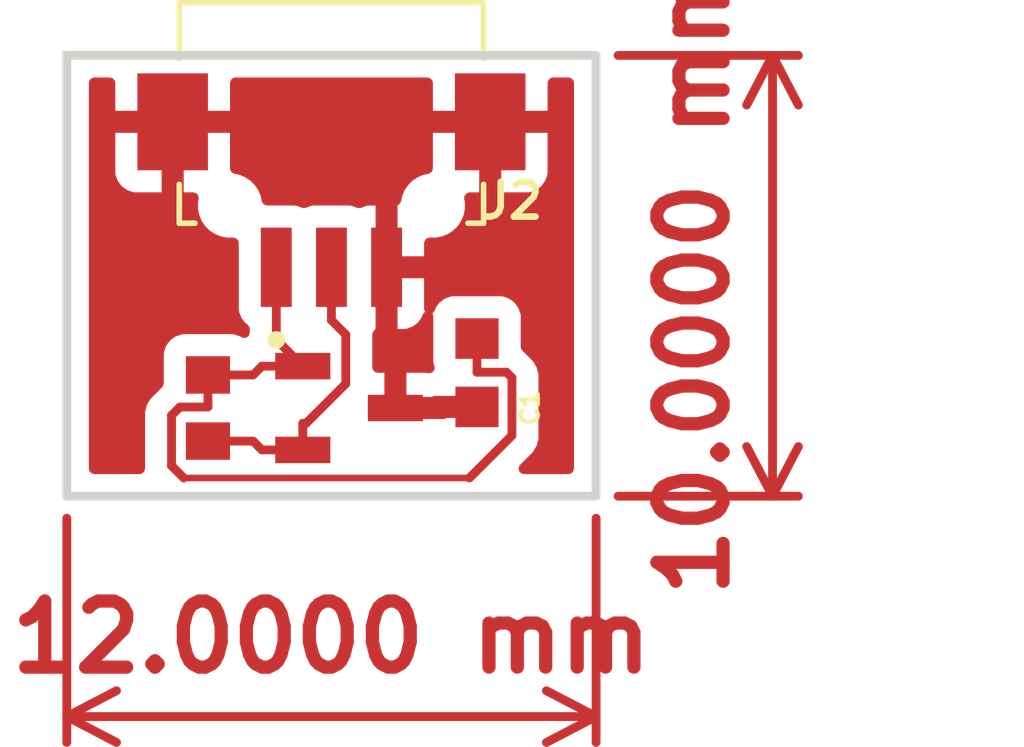
<source format=kicad_pcb>
(kicad_pcb (version 20240108) (generator "pcbnew") (generator_version "8.0")
  (layers (0 "F.Cu" signal) (31 "B.Cu" signal) (34 "B.Paste" user) (35 "F.Paste" user) (36 "B.SilkS" user "B.Silkscreen") (37 "F.SilkS" user "F.Silkscreen") (38 "B.Mask" user) (39 "F.Mask" user) (44 "Edge.Cuts" user))
  (net 0 "")
  (net 1 "GND")
  (net 2 "VCC")
  (net 3 "SIG")
  (footprint "KiCad:SOT95P237X112-3N" (layer "F.Cu") (at 6.4 8)
    (property "Reference" "IC1" (hide yes))
    (property "Value" "DRV5032DUDBZR" (hide yes))
    (pad "1" smd rect (at -1.05 -0.95 90) (size 0.6 1.25) (layers "F.Cu" "F.Paste" "F.Mask") (net 2 "VCC"))
    (pad "2" smd rect (at -1.05 0.95 90) (size 0.6 1.25) (layers "F.Cu" "F.Paste" "F.Mask") (net 3 "SIG"))
    (pad "3" smd rect (at 1.05 0 90) (size 0.6 1.25) (layers "F.Cu" "F.Paste" "F.Mask") (net 1 "GND"))
  )
  (footprint "0603ZG564ZAT2A:CAPC1608X90N" (layer "F.Cu") (at 9.3 7.2 -90)
    (property "Reference" "C1" (at 0.8 -1.2 90) (layer "F.SilkS") (effects (font (size 0.393701 0.393701) (thickness 0.098425))))
    (property "Value" "KGF15AR71E104JT" (hide yes))
    (pad "1" smd rect (at -0.775 0 270) (size 0.92 0.98) (layers "F.Cu" "F.Paste" "F.Mask") (net 2 "VCC"))
    (pad "2" smd rect (at 0.775 0 270) (size 0.92 0.98) (layers "F.Cu" "F.Paste" "F.Mask") (net 1 "GND"))
  )
  (footprint "DF13-3P-1.25H_75_:HRS_DF13-3P-1.25H_75_" (layer "F.Cu") (at 6 3.4067)
    (property "Reference" "J2" (at 4.1 -0.10675 0) (layer "F.SilkS") (effects (font (size 0.787402 0.787402))))
    (property "Value" "DF13-3P-1.25H_75_" (hide yes))
    (fp_line (start -3.45 -4.6) (end -3.45 -3.32) (stroke (width 0.127)) (layer "F.SilkS"))
    (fp_line (start -3.45 0.4) (end -3.45 -0.48) (stroke (width 0.127)) (layer "F.SilkS"))
    (fp_line (start -3.45 0.4) (end -3.095 0.4) (stroke (width 0.127)) (layer "F.SilkS"))
    (fp_line (start 3.095 0.4) (end 3.45 0.4) (stroke (width 0.127)) (layer "F.SilkS"))
    (fp_line (start 3.45 -4.6) (end -3.45 -4.6) (stroke (width 0.127)) (layer "F.SilkS"))
    (fp_line (start 3.45 -3.32) (end 3.45 -4.6) (stroke (width 0.127)) (layer "F.SilkS"))
    (fp_line (start 3.45 0.4) (end 3.45 -0.48) (stroke (width 0.127)) (layer "F.SilkS"))
    (fp_circle (center -1.25 3.05) (end -1.15 3.05) (stroke (width 0.2)) (fill none) (layer "F.SilkS"))
    (pad "" np_thru_hole circle (at -2.3 0) (size 0.95 0.95) (drill 0.95) (layers "*.Cu" "*.Mask"))
    (pad "" np_thru_hole circle (at 2.3 0) (size 0.95 0.95) (drill 0.95) (layers "*.Cu" "*.Mask"))
    (pad "1" smd rect (at -1.25 1.4) (size 0.7 1.8) (layers "F.Cu" "F.Paste" "F.Mask") (net 2 "VCC"))
    (pad "2" smd rect (at 0 1.4) (size 0.7 1.8) (layers "F.Cu" "F.Paste" "F.Mask") (net 3 "SIG"))
    (pad "3" smd rect (at 1.25 1.4) (size 0.7 1.8) (layers "F.Cu" "F.Paste" "F.Mask") (net 1 "GND"))
    (pad "S1" smd rect (at -3.6 -1.9) (size 1.6 2.2) (layers "F.Cu" "F.Paste" "F.Mask") (net 1 "GND"))
    (pad "S2" smd rect (at 3.6 -1.9) (size 1.6 2.2) (layers "F.Cu" "F.Paste" "F.Mask") (net 1 "GND"))
  )
  (footprint "CRCW06034M32DHEAP:RESC1608X50N" (layer "F.Cu") (at 3.2 8 -90)
    (property "Reference" "R1" (hide yes))
    (property "Value" "CRCW06034M32DHEAP" (hide yes))
    (pad "1" smd rect (at -0.75 0 270) (size 0.85 1) (layers "F.Cu" "F.Paste" "F.Mask") (net 2 "VCC"))
    (pad "2" smd rect (at 0.75 0 270) (size 0.85 1) (layers "F.Cu" "F.Paste" "F.Mask") (net 3 "SIG"))
  )
  (gr_rect (start 0 0) (end 12 10) (stroke (width 0.2)) (fill none) (layer "Edge.Cuts"))
  (dimension (type aligned) (layer "F.Cu") (pts (xy 12 0) (xy 12 10)) (height -4) (gr_text "10.0000 mm" (at 14.2 5 90) (layer "F.Cu") (effects (font (size 1.5 1.5) (thickness 0.3)))) (format (prefix "") (suffix "") (units 3) (units_format 1) (precision 4)) (style (thickness 0.2) (arrow_length 1.27) (text_position_mode 0) (extension_height 0.58642) (extension_offset 0.5) keep_text_aligned))
  (dimension (type aligned) (layer "F.Cu") (pts (xy 0 10) (xy 12 10)) (height 5) (gr_text "12.0000 mm" (at 6 13.2 0) (layer "F.Cu") (effects (font (size 1.5 1.5) (thickness 0.3)))) (format (prefix "") (suffix "") (units 3) (units_format 1) (precision 4)) (style (thickness 0.2) (arrow_length 1.27) (text_position_mode 0) (extension_height 0.58642) (extension_offset 0.5) keep_text_aligned))
  (segment (start 7.45 7.975) (end 7.45 8) (width 0.2) (layer "F.Cu") (net 1))
  (segment (start 2.5641 7.9767) (end 2.3752 8.1656) (width 0.2) (layer "F.Cu") (net 2))
  (segment (start 10.0917 8.6238) (end 10.0917 7.3119) (width 0.2) (layer "F.Cu") (net 2))
  (segment (start 10.0917 7.3119) (end 9.9665 7.1867) (width 0.2) (layer "F.Cu") (net 2))
  (segment (start 4.75 6.45) (end 5.35 7.05) (width 0.2) (layer "F.Cu") (net 2))
  (segment (start 5.35 7.05) (end 4.4233 7.05) (width 0.2) (layer "F.Cu") (net 2))
  (segment (start 3.2 7.9767) (end 2.5641 7.9767) (width 0.2) (layer "F.Cu") (net 2))
  (segment (start 3.2 7.25) (end 3.2 7.9767) (width 0.2) (layer "F.Cu") (net 2))
  (segment (start 4.75 4.8067) (end 4.75 6.45) (width 0.2) (layer "F.Cu") (net 2))
  (segment (start 9.3 6.425) (end 9.3 7.1867) (width 0.2) (layer "F.Cu") (net 2))
  (segment (start 4.2233 7.25) (end 3.2 7.25) (width 0.2) (layer "F.Cu") (net 2))
  (segment (start 9.9665 7.1867) (end 9.3 7.1867) (width 0.2) (layer "F.Cu") (net 2))
  (segment (start 2.6515 9.5867) (end 9.1288 9.5867) (width 0.15) (layer "F.Cu") (net 2))
  (segment (start 2.3752 8.1656) (end 2.3752 9.3104) (width 0.2) (layer "F.Cu") (net 2))
  (segment (start 4.4233 7.05) (end 4.2233 7.25) (width 0.2) (layer "F.Cu") (net 2))
  (segment (start 9.1288 9.5867) (end 10.0917 8.6238) (width 0.2) (layer "F.Cu") (net 2))
  (segment (start 2.3752 9.3104) (end 2.6515 9.5867) (width 0.2) (layer "F.Cu") (net 2))
  (segment (start 4.2233 8.75) (end 4.4233 8.95) (width 0.2) (layer "F.Cu") (net 3))
  (segment (start 5.4252 8.3483) (end 5.35 8.3483) (width 0.2) (layer "F.Cu") (net 3))
  (segment (start 6 6.0084) (end 6.3248 6.3332) (width 0.2) (layer "F.Cu") (net 3))
  (segment (start 5.35 8.95) (end 5.35 8.3483) (width 0.2) (layer "F.Cu") (net 3))
  (segment (start 6 4.8067) (end 6 6.0084) (width 0.2) (layer "F.Cu") (net 3))
  (segment (start 6.3248 6.3332) (end 6.3248 7.4487) (width 0.2) (layer "F.Cu") (net 3))
  (segment (start 6.3248 7.4487) (end 5.4252 8.3483) (width 0.2) (layer "F.Cu") (net 3))
  (segment (start 3.2 8.75) (end 4.2233 8.75) (width 0.2) (layer "F.Cu") (net 3))
  (segment (start 5.35 8.95) (end 4.4233 8.95) (width 0.2) (layer "F.Cu") (net 3))
  (zone (net 1) (net_name "GND") (layer "F.Cu") (connect_pads (clearance 0.5)) (min_thickness 0.25) (fill yes (thermal_gap 0.5) (thermal_bridge_width 0.5))
    (polygon (pts (xy 0 0) (xy 0 10) (xy 12 10) (xy 12 0)))
  )
)
</source>
